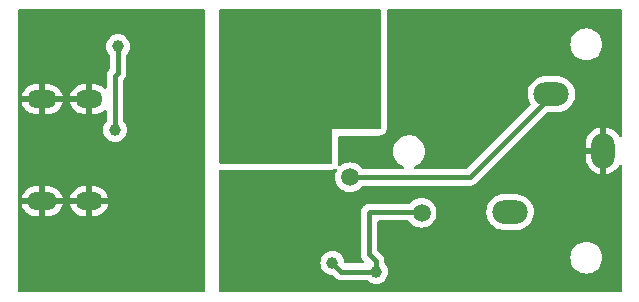
<source format=gbr>
%TF.GenerationSoftware,KiCad,Pcbnew,7.0.1*%
%TF.CreationDate,2023-04-28T10:50:47+02:00*%
%TF.ProjectId,zvukovka,7a76756b-6f76-46b6-912e-6b696361645f,rev?*%
%TF.SameCoordinates,Original*%
%TF.FileFunction,Copper,L2,Bot*%
%TF.FilePolarity,Positive*%
%FSLAX46Y46*%
G04 Gerber Fmt 4.6, Leading zero omitted, Abs format (unit mm)*
G04 Created by KiCad (PCBNEW 7.0.1) date 2023-04-28 10:50:47*
%MOMM*%
%LPD*%
G01*
G04 APERTURE LIST*
%TA.AperFunction,ComponentPad*%
%ADD10C,0.900000*%
%TD*%
%TA.AperFunction,ComponentPad*%
%ADD11O,2.300000X1.500000*%
%TD*%
%TA.AperFunction,ComponentPad*%
%ADD12O,2.500000X1.500000*%
%TD*%
%TA.AperFunction,ComponentPad*%
%ADD13C,1.400000*%
%TD*%
%TA.AperFunction,ComponentPad*%
%ADD14C,0.600000*%
%TD*%
%TA.AperFunction,SMDPad,CuDef*%
%ADD15O,3.000000X2.000000*%
%TD*%
%TA.AperFunction,SMDPad,CuDef*%
%ADD16O,2.000000X3.000000*%
%TD*%
%TA.AperFunction,ViaPad*%
%ADD17C,1.500000*%
%TD*%
%TA.AperFunction,ViaPad*%
%ADD18C,1.000000*%
%TD*%
%TA.AperFunction,Conductor*%
%ADD19C,0.400000*%
%TD*%
G04 APERTURE END LIST*
D10*
%TO.P,J1,S1,SHIELD*%
%TO.N,GNDD*%
X76730000Y-55530000D03*
D11*
X76325000Y-55530000D03*
D12*
X72325000Y-55530000D03*
D10*
X75800000Y-55550000D03*
X72900000Y-55550000D03*
X71700000Y-55550000D03*
X76800000Y-64150000D03*
X75900000Y-64150000D03*
D11*
X76300000Y-64170000D03*
D13*
X72820000Y-64170000D03*
D12*
X72325000Y-64170000D03*
D13*
X71830000Y-64170000D03*
%TD*%
D14*
%TO.P,U1,3*%
%TO.N,unconnected-(U1-Pad3)*%
X111550000Y-65100000D03*
D15*
X111950000Y-65100000D03*
D14*
X112350000Y-65100000D03*
%TO.P,U1,2*%
%TO.N,VIN*%
X115050000Y-55100000D03*
D15*
X115450000Y-55100000D03*
D14*
X115850000Y-55100000D03*
%TO.P,U1,1*%
%TO.N,GNDA*%
X119850000Y-59500000D03*
D16*
X119850000Y-59900000D03*
D14*
X119850000Y-60300000D03*
%TD*%
D17*
%TO.N,Net-(D1-A)*%
X104450000Y-65150000D03*
D18*
X96900000Y-69400000D03*
%TO.N,GNDD*%
X72350000Y-52700000D03*
X73600000Y-66400000D03*
D17*
%TO.N,GNDA*%
X98500000Y-64400000D03*
%TO.N,VIN*%
X98400000Y-62150000D03*
D18*
%TO.N,Net-(J1-CC1)*%
X78750000Y-51050000D03*
X78500000Y-58150000D03*
%TO.N,GND*%
X99800000Y-50300000D03*
%TO.N,Net-(D1-A)*%
X100600000Y-70150000D03*
%TO.N,GNDA*%
X104650000Y-50550000D03*
D17*
X88600000Y-66950000D03*
D18*
X113300000Y-50550000D03*
X112800000Y-69000000D03*
%TO.N,GNDD*%
X84900000Y-70850000D03*
X83200000Y-61900000D03*
%TD*%
D19*
%TO.N,Net-(D1-A)*%
X100000000Y-65150000D02*
X100050000Y-65100000D01*
X100000000Y-68650000D02*
X100000000Y-65150000D01*
X100600000Y-69250000D02*
X100000000Y-68650000D01*
X104400000Y-65100000D02*
X104450000Y-65150000D01*
X100600000Y-70150000D02*
X100600000Y-69250000D01*
X100050000Y-65100000D02*
X104400000Y-65100000D01*
X97650000Y-70150000D02*
X100600000Y-70150000D01*
X96900000Y-69400000D02*
X97650000Y-70150000D01*
%TO.N,VIN*%
X108550000Y-62150000D02*
X115450000Y-55250000D01*
X98400000Y-62150000D02*
X108550000Y-62150000D01*
%TO.N,Net-(J1-CC1)*%
X78750000Y-53300000D02*
X78750000Y-51050000D01*
X78500000Y-53550000D02*
X78750000Y-53300000D01*
X78500000Y-58150000D02*
X78500000Y-53550000D01*
%TD*%
%TA.AperFunction,Conductor*%
%TO.N,GNDA*%
G36*
X121336500Y-47917381D02*
G01*
X121382619Y-47963500D01*
X121399500Y-48026500D01*
X121399500Y-58593826D01*
X121383123Y-58655945D01*
X121338250Y-58701916D01*
X121276544Y-58719789D01*
X121214048Y-58704918D01*
X121167006Y-58661168D01*
X121059484Y-58491134D01*
X120898025Y-58308886D01*
X120709429Y-58154903D01*
X120498572Y-58033164D01*
X120270919Y-57946826D01*
X120103999Y-57912749D01*
X120104000Y-57912750D01*
X120104000Y-61888234D01*
X120152621Y-61882330D01*
X120386481Y-61814592D01*
X120606453Y-61710214D01*
X120806832Y-61571902D01*
X120982421Y-61403246D01*
X121128695Y-61208592D01*
X121161933Y-61145264D01*
X121207017Y-61096786D01*
X121270455Y-61077856D01*
X121334734Y-61093699D01*
X121382108Y-61139942D01*
X121399500Y-61203819D01*
X121399500Y-71773500D01*
X121382619Y-71836500D01*
X121336500Y-71882619D01*
X121273500Y-71899500D01*
X87442049Y-71899500D01*
X87379162Y-71882684D01*
X87333060Y-71836726D01*
X87316050Y-71773891D01*
X87314154Y-71163380D01*
X87308677Y-69400000D01*
X95886619Y-69400000D01*
X95906091Y-69597701D01*
X95963758Y-69787802D01*
X96057406Y-69963007D01*
X96183431Y-70116568D01*
X96336992Y-70242593D01*
X96336996Y-70242595D01*
X96512196Y-70336241D01*
X96549975Y-70347701D01*
X96702298Y-70393908D01*
X96726780Y-70396319D01*
X96867793Y-70410207D01*
X96909312Y-70421697D01*
X96944535Y-70446505D01*
X97131171Y-70633141D01*
X97136388Y-70638682D01*
X97176727Y-70684215D01*
X97226768Y-70718756D01*
X97232899Y-70723267D01*
X97280774Y-70760775D01*
X97290060Y-70764954D01*
X97309933Y-70776162D01*
X97318323Y-70781953D01*
X97318324Y-70781953D01*
X97318325Y-70781954D01*
X97375192Y-70803520D01*
X97382205Y-70806424D01*
X97437671Y-70831388D01*
X97447695Y-70833224D01*
X97469662Y-70839348D01*
X97479199Y-70842965D01*
X97539588Y-70850297D01*
X97547068Y-70851435D01*
X97606907Y-70862401D01*
X97606907Y-70862400D01*
X97606908Y-70862401D01*
X97667598Y-70858730D01*
X97675206Y-70858500D01*
X99828518Y-70858500D01*
X99870966Y-70865866D01*
X99908450Y-70887100D01*
X100036996Y-70992595D01*
X100212196Y-71086241D01*
X100307247Y-71115074D01*
X100402298Y-71143908D01*
X100599999Y-71163380D01*
X100599999Y-71163379D01*
X100600000Y-71163380D01*
X100797701Y-71143908D01*
X100987804Y-71086241D01*
X101163004Y-70992595D01*
X101163005Y-70992593D01*
X101163007Y-70992593D01*
X101316568Y-70866568D01*
X101442593Y-70713007D01*
X101442595Y-70713004D01*
X101536241Y-70537804D01*
X101593908Y-70347701D01*
X101613380Y-70150000D01*
X101593908Y-69952299D01*
X101536241Y-69762196D01*
X101442595Y-69586996D01*
X101337100Y-69458450D01*
X101315866Y-69420966D01*
X101308500Y-69378518D01*
X101308500Y-69275206D01*
X101308730Y-69267598D01*
X101312401Y-69206908D01*
X101312401Y-69206907D01*
X101301432Y-69147053D01*
X101300301Y-69139620D01*
X101292965Y-69079199D01*
X101289351Y-69069672D01*
X101283225Y-69047694D01*
X101281389Y-69037671D01*
X101256418Y-68982189D01*
X101253524Y-68975203D01*
X101243966Y-68950000D01*
X117044341Y-68950000D01*
X117047112Y-68981673D01*
X117064937Y-69185409D01*
X117126096Y-69413662D01*
X117225965Y-69627829D01*
X117361507Y-69821404D01*
X117528595Y-69988492D01*
X117528598Y-69988494D01*
X117528599Y-69988495D01*
X117722171Y-70124035D01*
X117936337Y-70223903D01*
X118164592Y-70285063D01*
X118341034Y-70300500D01*
X118458960Y-70300500D01*
X118458966Y-70300500D01*
X118635408Y-70285063D01*
X118863663Y-70223903D01*
X119077829Y-70124035D01*
X119271401Y-69988495D01*
X119438495Y-69821401D01*
X119574035Y-69627830D01*
X119673903Y-69413663D01*
X119735063Y-69185408D01*
X119755659Y-68950000D01*
X119735063Y-68714592D01*
X119673903Y-68486337D01*
X119574035Y-68272171D01*
X119438495Y-68078599D01*
X119438494Y-68078598D01*
X119438492Y-68078595D01*
X119271404Y-67911507D01*
X119077829Y-67775965D01*
X118863662Y-67676096D01*
X118635409Y-67614937D01*
X118610202Y-67612731D01*
X118458966Y-67599500D01*
X118341034Y-67599500D01*
X118208702Y-67611077D01*
X118164590Y-67614937D01*
X117936337Y-67676096D01*
X117722170Y-67775965D01*
X117528595Y-67911507D01*
X117361507Y-68078595D01*
X117225965Y-68272169D01*
X117126096Y-68486336D01*
X117064937Y-68714590D01*
X117046544Y-68924822D01*
X117044341Y-68950000D01*
X101243966Y-68950000D01*
X101231954Y-68918325D01*
X101231952Y-68918323D01*
X101231952Y-68918321D01*
X101226161Y-68909931D01*
X101214957Y-68890067D01*
X101210775Y-68880774D01*
X101173260Y-68832891D01*
X101168766Y-68826783D01*
X101134215Y-68776727D01*
X101088682Y-68736388D01*
X101083141Y-68731171D01*
X100745405Y-68393435D01*
X100718091Y-68352558D01*
X100708500Y-68304340D01*
X100708500Y-65934500D01*
X100725381Y-65871500D01*
X100771500Y-65825381D01*
X100834500Y-65808500D01*
X103309151Y-65808500D01*
X103367331Y-65822737D01*
X103412363Y-65862228D01*
X103462969Y-65934500D01*
X103482253Y-65962041D01*
X103637958Y-66117746D01*
X103637961Y-66117748D01*
X103637962Y-66117749D01*
X103818346Y-66244056D01*
X104017924Y-66337120D01*
X104111707Y-66362249D01*
X104230624Y-66394114D01*
X104230625Y-66394114D01*
X104230629Y-66394115D01*
X104450000Y-66413307D01*
X104669371Y-66394115D01*
X104882076Y-66337120D01*
X105081654Y-66244056D01*
X105262038Y-66117749D01*
X105417749Y-65962038D01*
X105544056Y-65781654D01*
X105637120Y-65582076D01*
X105694115Y-65369371D01*
X105712350Y-65160941D01*
X109937819Y-65160941D01*
X109939553Y-65175218D01*
X109967177Y-65402720D01*
X110034939Y-65636662D01*
X110088143Y-65748787D01*
X110139350Y-65856705D01*
X110277708Y-66057150D01*
X110446420Y-66232797D01*
X110446425Y-66232802D01*
X110641135Y-66379117D01*
X110856795Y-66492304D01*
X111087818Y-66569431D01*
X111087821Y-66569432D01*
X111328219Y-66608500D01*
X111328221Y-66608500D01*
X112510797Y-66608500D01*
X112510802Y-66608500D01*
X112593511Y-66601822D01*
X112692768Y-66593810D01*
X112929248Y-66535523D01*
X113153316Y-66440056D01*
X113359168Y-66309883D01*
X113541474Y-66148375D01*
X113695510Y-65959714D01*
X113817289Y-65748787D01*
X113903656Y-65521057D01*
X113952374Y-65282421D01*
X113962181Y-65039061D01*
X113932823Y-64797280D01*
X113865061Y-64563338D01*
X113760650Y-64343296D01*
X113756968Y-64337962D01*
X113622291Y-64142849D01*
X113453579Y-63967202D01*
X113453578Y-63967201D01*
X113453575Y-63967198D01*
X113258865Y-63820883D01*
X113258861Y-63820881D01*
X113258860Y-63820880D01*
X113043208Y-63707697D01*
X112812178Y-63630567D01*
X112571781Y-63591500D01*
X112571779Y-63591500D01*
X111389203Y-63591500D01*
X111389198Y-63591500D01*
X111207237Y-63606189D01*
X111207233Y-63606189D01*
X111207232Y-63606190D01*
X110970752Y-63664477D01*
X110970748Y-63664478D01*
X110746683Y-63759944D01*
X110540830Y-63890117D01*
X110358527Y-64051623D01*
X110204490Y-64240285D01*
X110082712Y-64451210D01*
X109996344Y-64678942D01*
X109972185Y-64797279D01*
X109947626Y-64917579D01*
X109939997Y-65106906D01*
X109937819Y-65160941D01*
X105712350Y-65160941D01*
X105713307Y-65150000D01*
X105694115Y-64930629D01*
X105690618Y-64917579D01*
X105641132Y-64732898D01*
X105637120Y-64717924D01*
X105544056Y-64518347D01*
X105417749Y-64337962D01*
X105417748Y-64337961D01*
X105417746Y-64337958D01*
X105262041Y-64182253D01*
X105081653Y-64055943D01*
X104882074Y-63962879D01*
X104669375Y-63905885D01*
X104450000Y-63886693D01*
X104230624Y-63905885D01*
X104017925Y-63962879D01*
X103818347Y-64055943D01*
X103637958Y-64182253D01*
X103474456Y-64345756D01*
X103473906Y-64345206D01*
X103437353Y-64377263D01*
X103379172Y-64391500D01*
X100075223Y-64391500D01*
X100067616Y-64391270D01*
X100065540Y-64391144D01*
X100006906Y-64387597D01*
X99947090Y-64398559D01*
X99939569Y-64399704D01*
X99879197Y-64407035D01*
X99869662Y-64410651D01*
X99847711Y-64416770D01*
X99845609Y-64417155D01*
X99837668Y-64418611D01*
X99782213Y-64443569D01*
X99775186Y-64446480D01*
X99718322Y-64468046D01*
X99709926Y-64473842D01*
X99690076Y-64485038D01*
X99680776Y-64489224D01*
X99680774Y-64489225D01*
X99680775Y-64489225D01*
X99632899Y-64526731D01*
X99626785Y-64531230D01*
X99576730Y-64565781D01*
X99536388Y-64611317D01*
X99531172Y-64616856D01*
X99516856Y-64631172D01*
X99511317Y-64636388D01*
X99465782Y-64676729D01*
X99431238Y-64726773D01*
X99426731Y-64732898D01*
X99389224Y-64780774D01*
X99385036Y-64790078D01*
X99373843Y-64809923D01*
X99368048Y-64818319D01*
X99346482Y-64875183D01*
X99343570Y-64882211D01*
X99318611Y-64937668D01*
X99316771Y-64947710D01*
X99310651Y-64969662D01*
X99307035Y-64979197D01*
X99299705Y-65039554D01*
X99298561Y-65047071D01*
X99287597Y-65106906D01*
X99291270Y-65167610D01*
X99291500Y-65175218D01*
X99291500Y-68624782D01*
X99291270Y-68632390D01*
X99287597Y-68693093D01*
X99298559Y-68752910D01*
X99299704Y-68760432D01*
X99307035Y-68820801D01*
X99310649Y-68830332D01*
X99316770Y-68852289D01*
X99318610Y-68862329D01*
X99343572Y-68917794D01*
X99346483Y-68924822D01*
X99366933Y-68978740D01*
X99368046Y-68981675D01*
X99372951Y-68988781D01*
X99373839Y-68990068D01*
X99385036Y-69009922D01*
X99389223Y-69019224D01*
X99426725Y-69067092D01*
X99431235Y-69073220D01*
X99444711Y-69092743D01*
X99465785Y-69123273D01*
X99511316Y-69163610D01*
X99516857Y-69168827D01*
X99574435Y-69226405D01*
X99605173Y-69276564D01*
X99609789Y-69335211D01*
X99587276Y-69389561D01*
X99542543Y-69427767D01*
X99485340Y-69441500D01*
X98031667Y-69441500D01*
X97972271Y-69426622D01*
X97926902Y-69385502D01*
X97906274Y-69327850D01*
X97893908Y-69202298D01*
X97852893Y-69067092D01*
X97836241Y-69012196D01*
X97742595Y-68836996D01*
X97742593Y-68836992D01*
X97616568Y-68683431D01*
X97463007Y-68557406D01*
X97287802Y-68463758D01*
X97097701Y-68406091D01*
X96900000Y-68386619D01*
X96702298Y-68406091D01*
X96512197Y-68463758D01*
X96336992Y-68557406D01*
X96183431Y-68683431D01*
X96057406Y-68836992D01*
X95963758Y-69012197D01*
X95906091Y-69202298D01*
X95886619Y-69400000D01*
X87308677Y-69400000D01*
X87284574Y-61638943D01*
X87304166Y-61571076D01*
X87357207Y-61524416D01*
X87417742Y-61515067D01*
X87417742Y-61513500D01*
X96774000Y-61513500D01*
X96906905Y-61496003D01*
X96969905Y-61479122D01*
X97093751Y-61427823D01*
X97093753Y-61427821D01*
X97109077Y-61421474D01*
X97110674Y-61425329D01*
X97142685Y-61412216D01*
X97208299Y-61421704D01*
X97260014Y-61463187D01*
X97283513Y-61525179D01*
X97272289Y-61590519D01*
X97212879Y-61717925D01*
X97155885Y-61930624D01*
X97136693Y-62149999D01*
X97155885Y-62369375D01*
X97212879Y-62582074D01*
X97305943Y-62781653D01*
X97432253Y-62962041D01*
X97587958Y-63117746D01*
X97587961Y-63117748D01*
X97587962Y-63117749D01*
X97768346Y-63244056D01*
X97967924Y-63337120D01*
X98061707Y-63362249D01*
X98180624Y-63394114D01*
X98180625Y-63394114D01*
X98180629Y-63394115D01*
X98400000Y-63413307D01*
X98619371Y-63394115D01*
X98832076Y-63337120D01*
X99031654Y-63244056D01*
X99212038Y-63117749D01*
X99367749Y-62962038D01*
X99402626Y-62912228D01*
X99447659Y-62872736D01*
X99505839Y-62858500D01*
X108524782Y-62858500D01*
X108532390Y-62858730D01*
X108593091Y-62862402D01*
X108593091Y-62862401D01*
X108593093Y-62862402D01*
X108652941Y-62851434D01*
X108660398Y-62850299D01*
X108720801Y-62842965D01*
X108730328Y-62839351D01*
X108752294Y-62833227D01*
X108762329Y-62831389D01*
X108817797Y-62806423D01*
X108824802Y-62803522D01*
X108881675Y-62781954D01*
X108890069Y-62776159D01*
X108909926Y-62764960D01*
X108919226Y-62760775D01*
X108967140Y-62723235D01*
X108973179Y-62718791D01*
X109023273Y-62684215D01*
X109063612Y-62638680D01*
X109068811Y-62633157D01*
X111547968Y-60154000D01*
X118342000Y-60154000D01*
X118342000Y-60460776D01*
X118356685Y-60642682D01*
X118414954Y-60879089D01*
X118510389Y-61103084D01*
X118640515Y-61308865D01*
X118801974Y-61491113D01*
X118990570Y-61645096D01*
X119201427Y-61766835D01*
X119429080Y-61853173D01*
X119596000Y-61887250D01*
X119596000Y-60154000D01*
X118342000Y-60154000D01*
X111547968Y-60154000D01*
X112055968Y-59646000D01*
X118342000Y-59646000D01*
X119596000Y-59646000D01*
X119596000Y-57911766D01*
X119595999Y-57911765D01*
X119547378Y-57917669D01*
X119313518Y-57985407D01*
X119093546Y-58089785D01*
X118893167Y-58228097D01*
X118717578Y-58396753D01*
X118571307Y-58591403D01*
X118458156Y-58806994D01*
X118381055Y-59037938D01*
X118342000Y-59278259D01*
X118342000Y-59646000D01*
X112055968Y-59646000D01*
X115056564Y-56645405D01*
X115097442Y-56618091D01*
X115145660Y-56608500D01*
X116010802Y-56608500D01*
X116093511Y-56601822D01*
X116192768Y-56593810D01*
X116429248Y-56535523D01*
X116653316Y-56440056D01*
X116859168Y-56309883D01*
X117041474Y-56148375D01*
X117195510Y-55959714D01*
X117317289Y-55748787D01*
X117403656Y-55521057D01*
X117452374Y-55282421D01*
X117462181Y-55039061D01*
X117432823Y-54797280D01*
X117365061Y-54563338D01*
X117260650Y-54343296D01*
X117189546Y-54240285D01*
X117122291Y-54142849D01*
X116953579Y-53967202D01*
X116953578Y-53967201D01*
X116953575Y-53967198D01*
X116758865Y-53820883D01*
X116758861Y-53820881D01*
X116758860Y-53820880D01*
X116543208Y-53707697D01*
X116312178Y-53630567D01*
X116071781Y-53591500D01*
X116071779Y-53591500D01*
X114889203Y-53591500D01*
X114889198Y-53591500D01*
X114707237Y-53606189D01*
X114707233Y-53606189D01*
X114707232Y-53606190D01*
X114591972Y-53634599D01*
X114470748Y-53664478D01*
X114246683Y-53759944D01*
X114040830Y-53890117D01*
X113858527Y-54051623D01*
X113704490Y-54240285D01*
X113582712Y-54451210D01*
X113582710Y-54451213D01*
X113582711Y-54451213D01*
X113496344Y-54678943D01*
X113447626Y-54917579D01*
X113437819Y-55160939D01*
X113467177Y-55402720D01*
X113534939Y-55636662D01*
X113639350Y-55856704D01*
X113639351Y-55856705D01*
X113662179Y-55889777D01*
X113683234Y-55943650D01*
X113678000Y-56001254D01*
X113647579Y-56050449D01*
X108293435Y-61404595D01*
X108252558Y-61431909D01*
X108204340Y-61441500D01*
X103965374Y-61441500D01*
X103900479Y-61423503D01*
X103854123Y-61374654D01*
X103839547Y-61308906D01*
X103860915Y-61245042D01*
X103912124Y-61201305D01*
X104077829Y-61124035D01*
X104271401Y-60988495D01*
X104438495Y-60821401D01*
X104574035Y-60627830D01*
X104673903Y-60413663D01*
X104735063Y-60185408D01*
X104755659Y-59950000D01*
X104735063Y-59714592D01*
X104673903Y-59486337D01*
X104574035Y-59272171D01*
X104438495Y-59078599D01*
X104438494Y-59078598D01*
X104438492Y-59078595D01*
X104271404Y-58911507D01*
X104077829Y-58775965D01*
X103863662Y-58676096D01*
X103635409Y-58614937D01*
X103610201Y-58612731D01*
X103458966Y-58599500D01*
X103341034Y-58599500D01*
X103208702Y-58611077D01*
X103164590Y-58614937D01*
X102936337Y-58676096D01*
X102722170Y-58775965D01*
X102528595Y-58911507D01*
X102361507Y-59078595D01*
X102225965Y-59272169D01*
X102126096Y-59486336D01*
X102064937Y-59714590D01*
X102044341Y-59950000D01*
X102064937Y-60185409D01*
X102126096Y-60413662D01*
X102225965Y-60627829D01*
X102361507Y-60821404D01*
X102528595Y-60988492D01*
X102528598Y-60988494D01*
X102528599Y-60988495D01*
X102722171Y-61124035D01*
X102887876Y-61201305D01*
X102939085Y-61245042D01*
X102960453Y-61308906D01*
X102945877Y-61374654D01*
X102899521Y-61423503D01*
X102834626Y-61441500D01*
X99505839Y-61441500D01*
X99447659Y-61427264D01*
X99402626Y-61387771D01*
X99367746Y-61337958D01*
X99212041Y-61182253D01*
X99031653Y-61055943D01*
X98832074Y-60962879D01*
X98619375Y-60905885D01*
X98400000Y-60886693D01*
X98180624Y-60905885D01*
X97967925Y-60962879D01*
X97768347Y-61055943D01*
X97578932Y-61188574D01*
X97577093Y-61185948D01*
X97537555Y-61208762D01*
X97472340Y-61208749D01*
X97415867Y-61176133D01*
X97383264Y-61119651D01*
X97383267Y-61054436D01*
X97396002Y-61006907D01*
X97396003Y-61006905D01*
X97413500Y-60874000D01*
X97413500Y-58739500D01*
X97430381Y-58676500D01*
X97476500Y-58630381D01*
X97539500Y-58613500D01*
X100874000Y-58613500D01*
X101006905Y-58596003D01*
X101069905Y-58579122D01*
X101193751Y-58527823D01*
X101196080Y-58526035D01*
X101232279Y-58506687D01*
X101272781Y-58500000D01*
X101400000Y-58500000D01*
X101400000Y-58372781D01*
X101406687Y-58332279D01*
X101426035Y-58296080D01*
X101427823Y-58293751D01*
X101479122Y-58169905D01*
X101496003Y-58106905D01*
X101513500Y-57974000D01*
X101513500Y-50900000D01*
X117044341Y-50900000D01*
X117064937Y-51135409D01*
X117126096Y-51363662D01*
X117225965Y-51577829D01*
X117361507Y-51771404D01*
X117528595Y-51938492D01*
X117528598Y-51938494D01*
X117528599Y-51938495D01*
X117722171Y-52074035D01*
X117936337Y-52173903D01*
X118164592Y-52235063D01*
X118341034Y-52250500D01*
X118458960Y-52250500D01*
X118458966Y-52250500D01*
X118635408Y-52235063D01*
X118863663Y-52173903D01*
X119077829Y-52074035D01*
X119271401Y-51938495D01*
X119438495Y-51771401D01*
X119574035Y-51577830D01*
X119673903Y-51363663D01*
X119735063Y-51135408D01*
X119755659Y-50900000D01*
X119735063Y-50664592D01*
X119673903Y-50436337D01*
X119574035Y-50222171D01*
X119438495Y-50028599D01*
X119438494Y-50028598D01*
X119438492Y-50028595D01*
X119271404Y-49861507D01*
X119077829Y-49725965D01*
X118863662Y-49626096D01*
X118635409Y-49564937D01*
X118610201Y-49562731D01*
X118458966Y-49549500D01*
X118341034Y-49549500D01*
X118208702Y-49561077D01*
X118164590Y-49564937D01*
X117936337Y-49626096D01*
X117722170Y-49725965D01*
X117528595Y-49861507D01*
X117361507Y-50028595D01*
X117225965Y-50222169D01*
X117126096Y-50436336D01*
X117064937Y-50664590D01*
X117044341Y-50900000D01*
X101513500Y-50900000D01*
X101513500Y-48026500D01*
X101513500Y-48026499D01*
X101530381Y-47963500D01*
X101576500Y-47917381D01*
X101639500Y-47900500D01*
X121273500Y-47900500D01*
X121336500Y-47917381D01*
G37*
%TD.AperFunction*%
%TD*%
%TA.AperFunction,Conductor*%
%TO.N,GND*%
G36*
X100937000Y-47917381D02*
G01*
X100983119Y-47963500D01*
X101000000Y-48026500D01*
X101000000Y-57974000D01*
X100983119Y-58037000D01*
X100937000Y-58083119D01*
X100874000Y-58100000D01*
X96900000Y-58100000D01*
X96900000Y-60874000D01*
X96883119Y-60937000D01*
X96837000Y-60983119D01*
X96774000Y-61000000D01*
X87426000Y-61000000D01*
X87363000Y-60983119D01*
X87316881Y-60937000D01*
X87300000Y-60874000D01*
X87300000Y-48026500D01*
X87316881Y-47963500D01*
X87363000Y-47917381D01*
X87426000Y-47900500D01*
X100874000Y-47900500D01*
X100937000Y-47917381D01*
G37*
%TD.AperFunction*%
%TD*%
%TA.AperFunction,Conductor*%
%TO.N,GNDD*%
G36*
X86074598Y-47917411D02*
G01*
X86120726Y-47963605D01*
X86137546Y-48026681D01*
X86103350Y-71773681D01*
X86086409Y-71836605D01*
X86040298Y-71882649D01*
X85977350Y-71899500D01*
X70376500Y-71899500D01*
X70313500Y-71882619D01*
X70267381Y-71836500D01*
X70250500Y-71773500D01*
X70250500Y-64424000D01*
X70589918Y-64424000D01*
X70593584Y-64451065D01*
X70663557Y-64666421D01*
X70770863Y-64865829D01*
X70912051Y-65042873D01*
X71082575Y-65191855D01*
X71276968Y-65307999D01*
X71488975Y-65387567D01*
X71711777Y-65428000D01*
X72071000Y-65428000D01*
X72071000Y-64424000D01*
X72579000Y-64424000D01*
X72579000Y-65428000D01*
X72881497Y-65428000D01*
X73050535Y-65412786D01*
X73268815Y-65352543D01*
X73472834Y-65254294D01*
X73656032Y-65121193D01*
X73812520Y-64957520D01*
X73937265Y-64768539D01*
X74026264Y-64560314D01*
X74057377Y-64424000D01*
X74664918Y-64424000D01*
X74668584Y-64451065D01*
X74738557Y-64666421D01*
X74845863Y-64865829D01*
X74987051Y-65042873D01*
X75157575Y-65191855D01*
X75351968Y-65307999D01*
X75563975Y-65387567D01*
X75786777Y-65428000D01*
X76046000Y-65428000D01*
X76046000Y-64424000D01*
X76554000Y-64424000D01*
X76554000Y-65428000D01*
X76756497Y-65428000D01*
X76925535Y-65412786D01*
X77143815Y-65352543D01*
X77347834Y-65254294D01*
X77531032Y-65121193D01*
X77687520Y-64957520D01*
X77812265Y-64768539D01*
X77901264Y-64560314D01*
X77932377Y-64424000D01*
X76554000Y-64424000D01*
X76046000Y-64424000D01*
X74664918Y-64424000D01*
X74057377Y-64424000D01*
X72579000Y-64424000D01*
X72071000Y-64424000D01*
X70589918Y-64424000D01*
X70250500Y-64424000D01*
X70250500Y-63915999D01*
X70592622Y-63915999D01*
X70592623Y-63916000D01*
X72071000Y-63916000D01*
X72071000Y-62912000D01*
X72579000Y-62912000D01*
X72579000Y-63916000D01*
X74060082Y-63916000D01*
X74060082Y-63915999D01*
X74667622Y-63915999D01*
X74667623Y-63916000D01*
X76046000Y-63916000D01*
X76046000Y-62912000D01*
X76554000Y-62912000D01*
X76554000Y-63916000D01*
X77935082Y-63916000D01*
X77931415Y-63888934D01*
X77861442Y-63673578D01*
X77754136Y-63474170D01*
X77612948Y-63297126D01*
X77442424Y-63148144D01*
X77248031Y-63032000D01*
X77036024Y-62952432D01*
X76813223Y-62912000D01*
X76554000Y-62912000D01*
X76046000Y-62912000D01*
X75843503Y-62912000D01*
X75674464Y-62927213D01*
X75456184Y-62987456D01*
X75252165Y-63085705D01*
X75068967Y-63218806D01*
X74912479Y-63382479D01*
X74787734Y-63571460D01*
X74698735Y-63779685D01*
X74667622Y-63915999D01*
X74060082Y-63915999D01*
X74056415Y-63888934D01*
X73986442Y-63673578D01*
X73879136Y-63474170D01*
X73737948Y-63297126D01*
X73567424Y-63148144D01*
X73373031Y-63032000D01*
X73161024Y-62952432D01*
X72938223Y-62912000D01*
X72579000Y-62912000D01*
X72071000Y-62912000D01*
X71768503Y-62912000D01*
X71599464Y-62927213D01*
X71381184Y-62987456D01*
X71177165Y-63085705D01*
X70993967Y-63218806D01*
X70837479Y-63382479D01*
X70712734Y-63571460D01*
X70623735Y-63779685D01*
X70592622Y-63915999D01*
X70250500Y-63915999D01*
X70250500Y-55784000D01*
X70589918Y-55784000D01*
X70593584Y-55811065D01*
X70663557Y-56026421D01*
X70770863Y-56225829D01*
X70912051Y-56402873D01*
X71082575Y-56551855D01*
X71276968Y-56667999D01*
X71488975Y-56747567D01*
X71711777Y-56788000D01*
X72071000Y-56788000D01*
X72579000Y-56788000D01*
X72881497Y-56788000D01*
X73050535Y-56772786D01*
X73268815Y-56712543D01*
X73472834Y-56614294D01*
X73656032Y-56481193D01*
X73812520Y-56317520D01*
X73937265Y-56128539D01*
X74026264Y-55920314D01*
X74057377Y-55784000D01*
X74689918Y-55784000D01*
X74693584Y-55811065D01*
X74763557Y-56026421D01*
X74870863Y-56225829D01*
X75012051Y-56402873D01*
X75182575Y-56551855D01*
X75376968Y-56667999D01*
X75588975Y-56747567D01*
X75811777Y-56788000D01*
X76071000Y-56788000D01*
X76579000Y-56788000D01*
X76781497Y-56788000D01*
X76950535Y-56772786D01*
X77168815Y-56712543D01*
X77372834Y-56614294D01*
X77556033Y-56481193D01*
X77574429Y-56461953D01*
X77624420Y-56429913D01*
X77683534Y-56424325D01*
X77738643Y-56446431D01*
X77777509Y-56491322D01*
X77791500Y-56549028D01*
X77791500Y-57378518D01*
X77784134Y-57420966D01*
X77762899Y-57458452D01*
X77657404Y-57586996D01*
X77563758Y-57762197D01*
X77506091Y-57952298D01*
X77486619Y-58150000D01*
X77506091Y-58347701D01*
X77563758Y-58537802D01*
X77657406Y-58713007D01*
X77783431Y-58866568D01*
X77936992Y-58992593D01*
X77936996Y-58992595D01*
X78112196Y-59086241D01*
X78207247Y-59115074D01*
X78302298Y-59143908D01*
X78500000Y-59163380D01*
X78697701Y-59143908D01*
X78887804Y-59086241D01*
X79063004Y-58992595D01*
X79063005Y-58992593D01*
X79063007Y-58992593D01*
X79216568Y-58866568D01*
X79342593Y-58713007D01*
X79342595Y-58713004D01*
X79436241Y-58537804D01*
X79493908Y-58347701D01*
X79513380Y-58150000D01*
X79493908Y-57952299D01*
X79436241Y-57762196D01*
X79342595Y-57586996D01*
X79237100Y-57458450D01*
X79215866Y-57420966D01*
X79208500Y-57378518D01*
X79208500Y-53897058D01*
X79219601Y-53845346D01*
X79250947Y-53802745D01*
X79284215Y-53773273D01*
X79318763Y-53723219D01*
X79323254Y-53717115D01*
X79360775Y-53669226D01*
X79364960Y-53659926D01*
X79376159Y-53640069D01*
X79381954Y-53631675D01*
X79403526Y-53574791D01*
X79406410Y-53567825D01*
X79431388Y-53512330D01*
X79433225Y-53502302D01*
X79439349Y-53480333D01*
X79442965Y-53470801D01*
X79450298Y-53410392D01*
X79451435Y-53402927D01*
X79462401Y-53343093D01*
X79458729Y-53282401D01*
X79458500Y-53274794D01*
X79458500Y-51821482D01*
X79465866Y-51779034D01*
X79487101Y-51741548D01*
X79592595Y-51613004D01*
X79686241Y-51437804D01*
X79743908Y-51247701D01*
X79763380Y-51050000D01*
X79743908Y-50852299D01*
X79686241Y-50662196D01*
X79592595Y-50486996D01*
X79592593Y-50486992D01*
X79466568Y-50333431D01*
X79313007Y-50207406D01*
X79137802Y-50113758D01*
X78947701Y-50056091D01*
X78750000Y-50036619D01*
X78552298Y-50056091D01*
X78362197Y-50113758D01*
X78186992Y-50207406D01*
X78033431Y-50333431D01*
X77907406Y-50486992D01*
X77813758Y-50662197D01*
X77756091Y-50852298D01*
X77736619Y-51049999D01*
X77756091Y-51247701D01*
X77813758Y-51437802D01*
X77907404Y-51613003D01*
X78012899Y-51741548D01*
X78034134Y-51779034D01*
X78041500Y-51821482D01*
X78041500Y-52952940D01*
X78030400Y-53004651D01*
X77999055Y-53047251D01*
X77965784Y-53076727D01*
X77931238Y-53126773D01*
X77926731Y-53132898D01*
X77889224Y-53180774D01*
X77885036Y-53190078D01*
X77873843Y-53209923D01*
X77868048Y-53218319D01*
X77846482Y-53275183D01*
X77843570Y-53282211D01*
X77818611Y-53337668D01*
X77816771Y-53347710D01*
X77810651Y-53369662D01*
X77807035Y-53379197D01*
X77799705Y-53439554D01*
X77798561Y-53447071D01*
X77787597Y-53506906D01*
X77791270Y-53567610D01*
X77791500Y-53575218D01*
X77791500Y-54513883D01*
X77778527Y-54569569D01*
X77742279Y-54613788D01*
X77690220Y-54637434D01*
X77633071Y-54635638D01*
X77582600Y-54608770D01*
X77467424Y-54508144D01*
X77273031Y-54392000D01*
X77061024Y-54312432D01*
X76838223Y-54272000D01*
X76579000Y-54272000D01*
X76579000Y-56788000D01*
X76071000Y-56788000D01*
X76071000Y-55784000D01*
X74689918Y-55784000D01*
X74057377Y-55784000D01*
X73025210Y-55784000D01*
X72579000Y-56230210D01*
X72579000Y-56788000D01*
X72071000Y-56788000D01*
X72071000Y-56280211D01*
X72070999Y-56280210D01*
X71574790Y-55784000D01*
X70589918Y-55784000D01*
X70250500Y-55784000D01*
X70250500Y-55275999D01*
X70592622Y-55275999D01*
X70592623Y-55276000D01*
X71614789Y-55276000D01*
X71700002Y-55190787D01*
X72070999Y-54819789D01*
X72071000Y-54819789D01*
X72071000Y-54272000D01*
X72579000Y-54272000D01*
X72579000Y-54869789D01*
X72899997Y-55190787D01*
X72900001Y-55190790D01*
X72985210Y-55276000D01*
X74060082Y-55276000D01*
X74060082Y-55275999D01*
X74692622Y-55275999D01*
X74692623Y-55276000D01*
X76071000Y-55276000D01*
X76071000Y-54272000D01*
X75868503Y-54272000D01*
X75699464Y-54287213D01*
X75481184Y-54347456D01*
X75277165Y-54445705D01*
X75093967Y-54578806D01*
X74937479Y-54742479D01*
X74812734Y-54931460D01*
X74723735Y-55139685D01*
X74692622Y-55275999D01*
X74060082Y-55275999D01*
X74056415Y-55248934D01*
X73986442Y-55033578D01*
X73879136Y-54834170D01*
X73737948Y-54657126D01*
X73567424Y-54508144D01*
X73373031Y-54392000D01*
X73161024Y-54312432D01*
X72938223Y-54272000D01*
X72579000Y-54272000D01*
X72071000Y-54272000D01*
X71768503Y-54272000D01*
X71599464Y-54287213D01*
X71381184Y-54347456D01*
X71177165Y-54445705D01*
X70993967Y-54578806D01*
X70837479Y-54742479D01*
X70712734Y-54931460D01*
X70623735Y-55139685D01*
X70592622Y-55275999D01*
X70250500Y-55275999D01*
X70250500Y-49045084D01*
X70250573Y-49040810D01*
X70285146Y-48022226D01*
X70303407Y-47961048D01*
X70349311Y-47916675D01*
X70411073Y-47900500D01*
X86011546Y-47900500D01*
X86074598Y-47917411D01*
G37*
%TD.AperFunction*%
%TD*%
M02*

</source>
